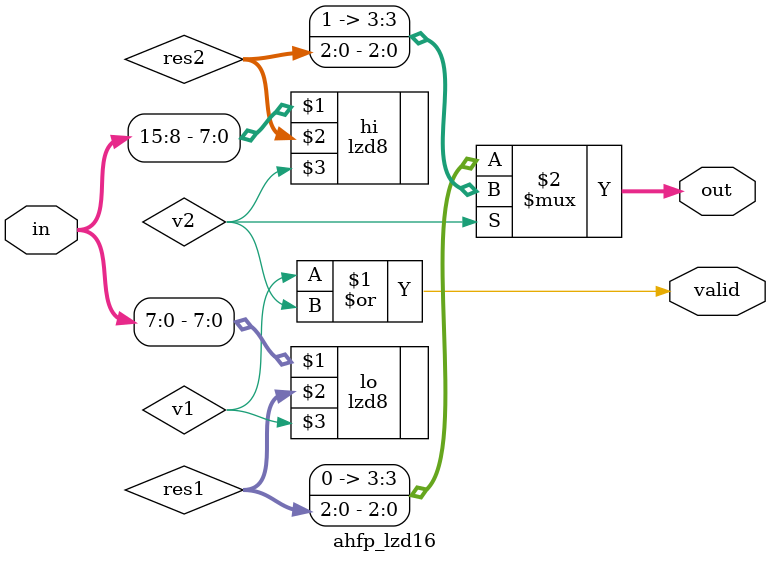
<source format=v>
module ahfp_lzd16(in, out, valid);
	input	wire [15:0] in;
	output	wire [3:0] 	out;
	output	wire valid;
	wire [2:0] res1, res2;
	wire v1, v2;
	lzd8 lo(in[7:0] , res1, v1);
	lzd8 hi(in[15:8], res2, v2);
	assign valid = v1 | v2;
	assign out = v2 ? {1'b1, res2} : {1'b0, res1};
endmodule
</source>
